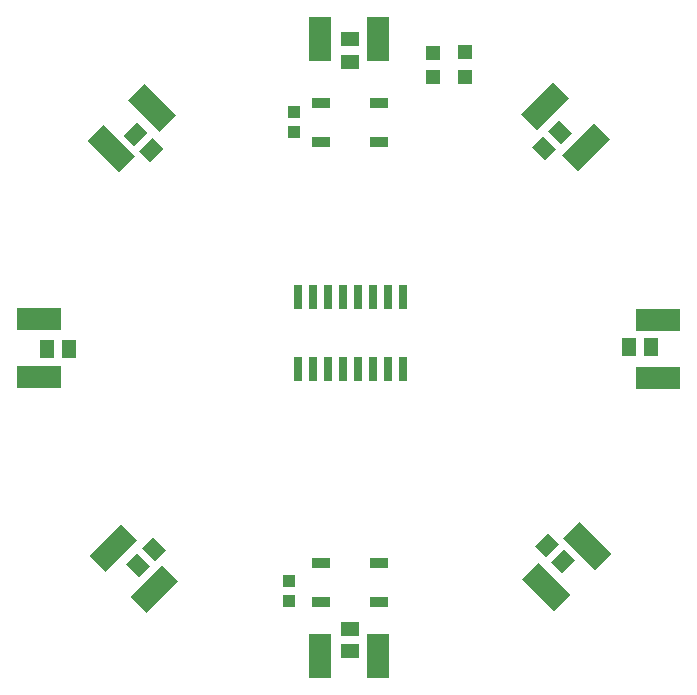
<source format=gbr>
G04 EAGLE Gerber RS-274X export*
G75*
%MOMM*%
%FSLAX34Y34*%
%LPD*%
%INSolderpaste Bottom*%
%IPPOS*%
%AMOC8*
5,1,8,0,0,1.08239X$1,22.5*%
G01*
%ADD10R,0.660400X2.032000*%
%ADD11R,1.500000X0.900000*%
%ADD12R,1.930400X3.810000*%
%ADD13R,3.810000X1.930400*%
%ADD14R,1.600000X1.300000*%
%ADD15R,1.300000X1.600000*%
%ADD16R,1.000000X1.100000*%
%ADD17R,1.200000X1.200000*%


D10*
X77540Y338766D03*
X77540Y277298D03*
X90240Y338766D03*
X102940Y338766D03*
X90240Y277298D03*
X102940Y277298D03*
X115640Y338766D03*
X115640Y277298D03*
X128340Y338766D03*
X128340Y277298D03*
X141040Y338766D03*
X153740Y338766D03*
X141040Y277298D03*
X153740Y277298D03*
X166440Y338766D03*
X166440Y277298D03*
D11*
X97468Y469910D03*
X97468Y502910D03*
X146468Y469910D03*
X146468Y502910D03*
X97535Y80020D03*
X97535Y113020D03*
X146535Y80020D03*
X146535Y113020D03*
D12*
X96765Y556736D03*
X145787Y556736D03*
D13*
G36*
X266614Y493059D02*
X293554Y519999D01*
X307204Y506349D01*
X280264Y479409D01*
X266614Y493059D01*
G37*
G36*
X301278Y458396D02*
X328218Y485336D01*
X341868Y471686D01*
X314928Y444746D01*
X301278Y458396D01*
G37*
X382884Y318460D03*
X382884Y269438D03*
G36*
X316125Y147561D02*
X343065Y120621D01*
X329415Y106971D01*
X302475Y133911D01*
X316125Y147561D01*
G37*
G36*
X281462Y112897D02*
X308402Y85957D01*
X294752Y72307D01*
X267812Y99247D01*
X281462Y112897D01*
G37*
D12*
X145218Y34449D03*
X96196Y34449D03*
D13*
G36*
X-23520Y97779D02*
X-50460Y70839D01*
X-64110Y84489D01*
X-37170Y111429D01*
X-23520Y97779D01*
G37*
G36*
X-58184Y132443D02*
X-85124Y105503D01*
X-98774Y119153D01*
X-71834Y146093D01*
X-58184Y132443D01*
G37*
X-141441Y270707D03*
X-141441Y319729D03*
G36*
X-74035Y443771D02*
X-100975Y470711D01*
X-87325Y484361D01*
X-60385Y457421D01*
X-74035Y443771D01*
G37*
G36*
X-39371Y478435D02*
X-66311Y505375D01*
X-52661Y519025D01*
X-25721Y492085D01*
X-39371Y478435D01*
G37*
D14*
X121568Y556704D03*
X121568Y537704D03*
D15*
G36*
X289265Y478886D02*
X298458Y488079D01*
X309771Y476766D01*
X300578Y467573D01*
X289265Y478886D01*
G37*
G36*
X275830Y465451D02*
X285023Y474644D01*
X296336Y463331D01*
X287143Y454138D01*
X275830Y465451D01*
G37*
X376784Y295656D03*
X357784Y295656D03*
G36*
X303000Y124873D02*
X312193Y115680D01*
X300880Y104367D01*
X291687Y113560D01*
X303000Y124873D01*
G37*
G36*
X289565Y138308D02*
X298758Y129115D01*
X287445Y117802D01*
X278252Y126995D01*
X289565Y138308D01*
G37*
D14*
X122174Y38252D03*
X122174Y57252D03*
D15*
G36*
X-47395Y110438D02*
X-56588Y101245D01*
X-67901Y112558D01*
X-58708Y121751D01*
X-47395Y110438D01*
G37*
G36*
X-33960Y123873D02*
X-43153Y114680D01*
X-54466Y125993D01*
X-45273Y135186D01*
X-33960Y123873D01*
G37*
X-134722Y294640D03*
X-115722Y294640D03*
G36*
X-60858Y465808D02*
X-70051Y475001D01*
X-58738Y486314D01*
X-49545Y477121D01*
X-60858Y465808D01*
G37*
G36*
X-47423Y452373D02*
X-56616Y461566D01*
X-45303Y472879D01*
X-36110Y463686D01*
X-47423Y452373D01*
G37*
D16*
X73981Y478091D03*
X73981Y495091D03*
X70510Y80601D03*
X70510Y97601D03*
D17*
X219011Y524568D03*
X219011Y545568D03*
X192000Y524300D03*
X192000Y545300D03*
M02*

</source>
